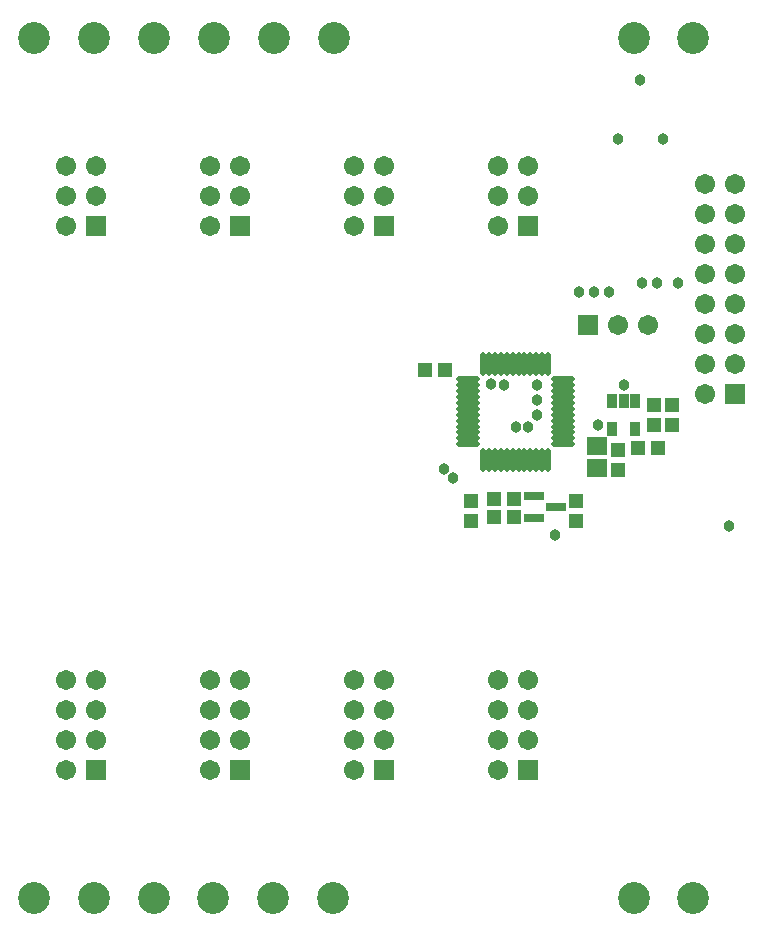
<source format=gbs>
%FSDAX24Y24*%
%MOIN*%
%SFA1B1*%

%IPPOS*%
%ADD28R,0.047370X0.051310*%
%ADD29R,0.051310X0.047370*%
%ADD39C,0.106420*%
%ADD40R,0.067060X0.067060*%
%ADD41C,0.067060*%
%ADD42R,0.067060X0.067060*%
%ADD43C,0.038000*%
%ADD60O,0.078870X0.019810*%
%ADD61O,0.019810X0.078870*%
%ADD62R,0.067060X0.031620*%
%ADD63R,0.067060X0.059180*%
%ADD64R,0.033590X0.051310*%
%LNpcb_baseboard-1*%
%LPD*%
G54D28*
X020450Y014965D03*
Y015634D03*
X016950Y014965D03*
Y015634D03*
X021850Y016665D03*
Y017334D03*
X023050Y018165D03*
Y018834D03*
X023650Y018165D03*
Y018834D03*
G54D29*
X015415Y020000D03*
X016084D03*
X018384Y015100D03*
X017715D03*
X018384Y015700D03*
X017715D03*
X022515Y017400D03*
X023184D03*
G54D39*
X012350Y002400D03*
X010350D03*
X008350D03*
X006400D03*
X004400D03*
X002400D03*
X024369Y031065D03*
X022400D03*
X008408D03*
X010408D03*
X012408D03*
X002400D03*
X004400D03*
X006400D03*
X024369Y002400D03*
X022400D03*
G54D40*
X020850Y021500D03*
G54D41*
X021850Y021500D03*
X022850D03*
X017850Y026800D03*
X018850D03*
X017850Y025800D03*
X018850D03*
X017850Y024800D03*
X013050Y026800D03*
X014050D03*
X013050Y025800D03*
X014050D03*
X013050Y024800D03*
X008250Y026800D03*
X009250D03*
X008250Y025800D03*
X009250D03*
X008250Y024800D03*
X003450Y026800D03*
X004450D03*
X003450Y025800D03*
X004450D03*
X003450Y024800D03*
X024750Y026200D03*
X025750D03*
X024750Y025200D03*
X025750D03*
X024750Y024200D03*
X025750D03*
X024750Y023200D03*
X025750D03*
X024750Y022200D03*
X025750D03*
X024750Y021200D03*
X025750D03*
X024750Y020200D03*
X025750D03*
X024750Y019200D03*
X013050Y009650D03*
X014050D03*
X013050Y008650D03*
X014050D03*
X013050Y007650D03*
X014050D03*
X013050Y006650D03*
X017850Y009650D03*
X018850D03*
X017850Y008650D03*
X018850D03*
X017850Y007650D03*
X018850D03*
X017850Y006650D03*
X008250Y009650D03*
X009250D03*
X008250Y008650D03*
X009250D03*
X008250Y007650D03*
X009250D03*
X008250Y006650D03*
X003450Y009650D03*
X004450D03*
X003450Y008650D03*
X004450D03*
X003450Y007650D03*
X004450D03*
X003450Y006650D03*
G54D42*
X018850Y024800D03*
X014050D03*
X009250D03*
X004450D03*
X025750Y019200D03*
X014050Y006650D03*
X018850D03*
X009250D03*
X004450D03*
G54D43*
X022050Y019500D03*
X021187Y018160D03*
X022605Y029643D03*
X020562Y022587D03*
X021562D03*
X021050Y022600D03*
X025550Y014800D03*
X019750Y014500D03*
X016350Y016400D03*
X016050Y016700D03*
X019150Y019500D03*
X018450Y018100D03*
X018850D03*
X019150Y019000D03*
Y018500D03*
X018050Y019500D03*
X023150Y022900D03*
X023850D03*
X017637Y019512D03*
X022650Y022900D03*
X023350Y027700D03*
X021850D03*
G54D60*
X020044Y017517D03*
Y017714D03*
Y017911D03*
Y018107D03*
Y018304D03*
Y018501D03*
Y018698D03*
Y018895D03*
Y019092D03*
Y019289D03*
Y019485D03*
Y019682D03*
X016855D03*
Y019485D03*
Y019289D03*
Y019092D03*
Y018895D03*
Y018698D03*
Y018501D03*
Y018304D03*
Y018107D03*
Y017911D03*
Y017714D03*
Y017517D03*
G54D61*
X019532Y020194D03*
X019335D03*
X019139D03*
X018942D03*
X018745D03*
X018548D03*
X018351D03*
X018154D03*
X017957D03*
X017761D03*
X017564D03*
X017367D03*
Y017005D03*
X017564D03*
X017761D03*
X017957D03*
X018154D03*
X018351D03*
X018548D03*
X018745D03*
X018942D03*
X019139D03*
X019335D03*
X019532D03*
G54D62*
X019050Y015052D03*
Y015800D03*
X019798Y015426D03*
G54D63*
X021150Y016726D03*
Y017474D03*
G54D64*
X021676Y018972D03*
X022050D03*
X022424D03*
Y018027D03*
X021676D03*
M02*
</source>
